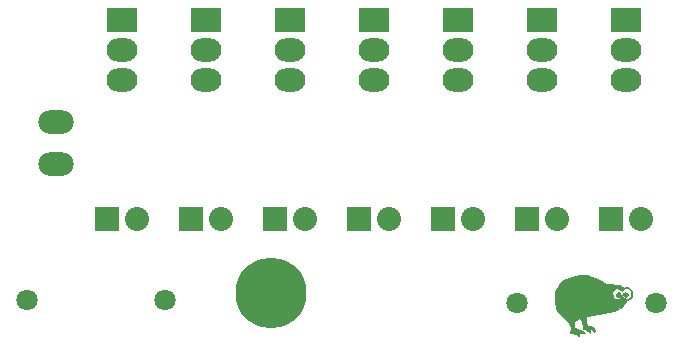
<source format=gbs>
G04 #@! TF.FileFunction,Soldermask,Bot*
%FSLAX46Y46*%
G04 Gerber Fmt 4.6, Leading zero omitted, Abs format (unit mm)*
G04 Created by KiCad (PCBNEW 4.0.1-stable) date 2016-06-28 03:14:43*
%MOMM*%
G01*
G04 APERTURE LIST*
%ADD10C,0.100000*%
%ADD11C,0.010000*%
%ADD12O,3.000000X2.000000*%
%ADD13C,1.800000*%
%ADD14R,2.600000X2.000000*%
%ADD15O,2.600000X2.000000*%
%ADD16R,2.032000X2.032000*%
%ADD17O,2.032000X2.032000*%
%ADD18C,6.000000*%
G04 APERTURE END LIST*
D10*
D11*
G36*
X158921489Y-112934496D02*
X158860586Y-112948591D01*
X158390757Y-113094845D01*
X157994735Y-113290000D01*
X157674651Y-113532588D01*
X157432632Y-113821144D01*
X157332500Y-114001188D01*
X157280024Y-114120484D01*
X157244889Y-114228099D01*
X157223702Y-114347241D01*
X157213070Y-114501117D01*
X157209599Y-114712935D01*
X157209482Y-114842636D01*
X157218954Y-115192798D01*
X157252611Y-115478411D01*
X157319926Y-115718319D01*
X157430376Y-115931362D01*
X157593434Y-116136382D01*
X157818576Y-116352220D01*
X158076529Y-116566827D01*
X158321282Y-116801631D01*
X158478612Y-117046870D01*
X158553418Y-117310257D01*
X158554514Y-117319155D01*
X158564141Y-117472249D01*
X158544311Y-117563909D01*
X158507020Y-117609191D01*
X158439775Y-117686515D01*
X158460021Y-117734244D01*
X158567749Y-117752362D01*
X158582591Y-117752542D01*
X158708898Y-117772554D01*
X158872400Y-117823471D01*
X158979722Y-117867997D01*
X159113388Y-117929347D01*
X159207884Y-117971069D01*
X159238863Y-117983000D01*
X159240234Y-117943950D01*
X159227527Y-117860394D01*
X159204089Y-117737787D01*
X159464840Y-117768433D01*
X159629804Y-117777265D01*
X159712987Y-117758498D01*
X159718946Y-117717356D01*
X159652234Y-117659061D01*
X159517407Y-117588838D01*
X159319020Y-117511911D01*
X159210294Y-117476520D01*
X159052702Y-117419131D01*
X158932774Y-117359229D01*
X158876209Y-117309678D01*
X158876025Y-117309213D01*
X158859608Y-117221932D01*
X158849586Y-117082865D01*
X158848136Y-117005852D01*
X158858055Y-116849649D01*
X158898662Y-116741210D01*
X158986237Y-116637068D01*
X158986240Y-116637065D01*
X159130892Y-116534849D01*
X159265490Y-116518401D01*
X159382844Y-116581172D01*
X159475766Y-116716611D01*
X159537066Y-116918167D01*
X159559398Y-117159332D01*
X159563059Y-117428818D01*
X159718160Y-117428818D01*
X159859274Y-117456617D01*
X159987672Y-117551903D01*
X160007244Y-117572248D01*
X160141227Y-117715677D01*
X160141227Y-117569136D01*
X160148926Y-117470350D01*
X160185100Y-117441784D01*
X160245136Y-117454105D01*
X160356932Y-117509166D01*
X160452955Y-117580722D01*
X160525122Y-117640855D01*
X160552903Y-117638019D01*
X160556864Y-117595469D01*
X160513920Y-117420077D01*
X160388403Y-117279011D01*
X160185281Y-117177149D01*
X160107352Y-117154299D01*
X160011238Y-117127124D01*
X159946752Y-117091918D01*
X159903930Y-117030265D01*
X159872808Y-116923752D01*
X159843421Y-116753963D01*
X159825292Y-116633033D01*
X159806543Y-116480162D01*
X159809742Y-116395143D01*
X159837589Y-116355491D01*
X159859716Y-116346206D01*
X159926359Y-116331502D01*
X160068758Y-116303539D01*
X160271724Y-116265182D01*
X160520068Y-116219296D01*
X160798600Y-116168747D01*
X160836271Y-116161976D01*
X161355849Y-116062709D01*
X161791321Y-115965470D01*
X162150801Y-115867140D01*
X162442403Y-115764599D01*
X162674241Y-115654731D01*
X162854430Y-115534417D01*
X162991082Y-115400537D01*
X163058382Y-115307965D01*
X163133333Y-115174654D01*
X163180674Y-115061365D01*
X163189227Y-115018322D01*
X163217037Y-114955213D01*
X163312487Y-114935090D01*
X163322989Y-114935000D01*
X163471596Y-114892485D01*
X163602503Y-114779604D01*
X163698498Y-114618353D01*
X163727021Y-114496375D01*
X163677275Y-114496375D01*
X163616284Y-114658547D01*
X163510152Y-114784435D01*
X163375141Y-114862120D01*
X163227514Y-114879681D01*
X163083532Y-114825198D01*
X163032314Y-114782285D01*
X162947954Y-114687044D01*
X162895868Y-114609103D01*
X162865817Y-114565547D01*
X162836041Y-114609103D01*
X162739074Y-114745420D01*
X162601740Y-114847253D01*
X162459225Y-114888774D01*
X162454993Y-114888818D01*
X162288285Y-114849865D01*
X162161787Y-114746860D01*
X162079181Y-114600587D01*
X162044150Y-114431829D01*
X162060380Y-114261371D01*
X162131552Y-114109994D01*
X162261352Y-113998483D01*
X162294429Y-113982895D01*
X162469657Y-113947103D01*
X162627321Y-113997954D01*
X162773793Y-114134915D01*
X162851346Y-114212664D01*
X162895599Y-114215102D01*
X162898955Y-114208254D01*
X162994302Y-114062827D01*
X163142513Y-113960867D01*
X163215458Y-113938138D01*
X163365992Y-113951976D01*
X163510376Y-114036086D01*
X163623601Y-114170321D01*
X163676863Y-114309840D01*
X163677275Y-114496375D01*
X163727021Y-114496375D01*
X163742372Y-114430729D01*
X163743409Y-114397684D01*
X163731582Y-114249818D01*
X163682741Y-114139687D01*
X163586391Y-114029836D01*
X163455315Y-113921466D01*
X163330059Y-113876887D01*
X163265844Y-113872818D01*
X163148439Y-113885733D01*
X163075744Y-113917367D01*
X163071432Y-113922787D01*
X163019640Y-113930523D01*
X162927194Y-113864514D01*
X162918616Y-113856452D01*
X162808900Y-113766816D01*
X162687419Y-113705351D01*
X162534412Y-113667250D01*
X162330117Y-113647709D01*
X162054772Y-113641924D01*
X162036251Y-113641909D01*
X161535834Y-113641909D01*
X161265712Y-113439889D01*
X160827936Y-113160081D01*
X160381010Y-112970942D01*
X159918549Y-112871168D01*
X159434171Y-112859453D01*
X158921489Y-112934496D01*
X158921489Y-112934496D01*
G37*
X158921489Y-112934496D02*
X158860586Y-112948591D01*
X158390757Y-113094845D01*
X157994735Y-113290000D01*
X157674651Y-113532588D01*
X157432632Y-113821144D01*
X157332500Y-114001188D01*
X157280024Y-114120484D01*
X157244889Y-114228099D01*
X157223702Y-114347241D01*
X157213070Y-114501117D01*
X157209599Y-114712935D01*
X157209482Y-114842636D01*
X157218954Y-115192798D01*
X157252611Y-115478411D01*
X157319926Y-115718319D01*
X157430376Y-115931362D01*
X157593434Y-116136382D01*
X157818576Y-116352220D01*
X158076529Y-116566827D01*
X158321282Y-116801631D01*
X158478612Y-117046870D01*
X158553418Y-117310257D01*
X158554514Y-117319155D01*
X158564141Y-117472249D01*
X158544311Y-117563909D01*
X158507020Y-117609191D01*
X158439775Y-117686515D01*
X158460021Y-117734244D01*
X158567749Y-117752362D01*
X158582591Y-117752542D01*
X158708898Y-117772554D01*
X158872400Y-117823471D01*
X158979722Y-117867997D01*
X159113388Y-117929347D01*
X159207884Y-117971069D01*
X159238863Y-117983000D01*
X159240234Y-117943950D01*
X159227527Y-117860394D01*
X159204089Y-117737787D01*
X159464840Y-117768433D01*
X159629804Y-117777265D01*
X159712987Y-117758498D01*
X159718946Y-117717356D01*
X159652234Y-117659061D01*
X159517407Y-117588838D01*
X159319020Y-117511911D01*
X159210294Y-117476520D01*
X159052702Y-117419131D01*
X158932774Y-117359229D01*
X158876209Y-117309678D01*
X158876025Y-117309213D01*
X158859608Y-117221932D01*
X158849586Y-117082865D01*
X158848136Y-117005852D01*
X158858055Y-116849649D01*
X158898662Y-116741210D01*
X158986237Y-116637068D01*
X158986240Y-116637065D01*
X159130892Y-116534849D01*
X159265490Y-116518401D01*
X159382844Y-116581172D01*
X159475766Y-116716611D01*
X159537066Y-116918167D01*
X159559398Y-117159332D01*
X159563059Y-117428818D01*
X159718160Y-117428818D01*
X159859274Y-117456617D01*
X159987672Y-117551903D01*
X160007244Y-117572248D01*
X160141227Y-117715677D01*
X160141227Y-117569136D01*
X160148926Y-117470350D01*
X160185100Y-117441784D01*
X160245136Y-117454105D01*
X160356932Y-117509166D01*
X160452955Y-117580722D01*
X160525122Y-117640855D01*
X160552903Y-117638019D01*
X160556864Y-117595469D01*
X160513920Y-117420077D01*
X160388403Y-117279011D01*
X160185281Y-117177149D01*
X160107352Y-117154299D01*
X160011238Y-117127124D01*
X159946752Y-117091918D01*
X159903930Y-117030265D01*
X159872808Y-116923752D01*
X159843421Y-116753963D01*
X159825292Y-116633033D01*
X159806543Y-116480162D01*
X159809742Y-116395143D01*
X159837589Y-116355491D01*
X159859716Y-116346206D01*
X159926359Y-116331502D01*
X160068758Y-116303539D01*
X160271724Y-116265182D01*
X160520068Y-116219296D01*
X160798600Y-116168747D01*
X160836271Y-116161976D01*
X161355849Y-116062709D01*
X161791321Y-115965470D01*
X162150801Y-115867140D01*
X162442403Y-115764599D01*
X162674241Y-115654731D01*
X162854430Y-115534417D01*
X162991082Y-115400537D01*
X163058382Y-115307965D01*
X163133333Y-115174654D01*
X163180674Y-115061365D01*
X163189227Y-115018322D01*
X163217037Y-114955213D01*
X163312487Y-114935090D01*
X163322989Y-114935000D01*
X163471596Y-114892485D01*
X163602503Y-114779604D01*
X163698498Y-114618353D01*
X163727021Y-114496375D01*
X163677275Y-114496375D01*
X163616284Y-114658547D01*
X163510152Y-114784435D01*
X163375141Y-114862120D01*
X163227514Y-114879681D01*
X163083532Y-114825198D01*
X163032314Y-114782285D01*
X162947954Y-114687044D01*
X162895868Y-114609103D01*
X162865817Y-114565547D01*
X162836041Y-114609103D01*
X162739074Y-114745420D01*
X162601740Y-114847253D01*
X162459225Y-114888774D01*
X162454993Y-114888818D01*
X162288285Y-114849865D01*
X162161787Y-114746860D01*
X162079181Y-114600587D01*
X162044150Y-114431829D01*
X162060380Y-114261371D01*
X162131552Y-114109994D01*
X162261352Y-113998483D01*
X162294429Y-113982895D01*
X162469657Y-113947103D01*
X162627321Y-113997954D01*
X162773793Y-114134915D01*
X162851346Y-114212664D01*
X162895599Y-114215102D01*
X162898955Y-114208254D01*
X162994302Y-114062827D01*
X163142513Y-113960867D01*
X163215458Y-113938138D01*
X163365992Y-113951976D01*
X163510376Y-114036086D01*
X163623601Y-114170321D01*
X163676863Y-114309840D01*
X163677275Y-114496375D01*
X163727021Y-114496375D01*
X163742372Y-114430729D01*
X163743409Y-114397684D01*
X163731582Y-114249818D01*
X163682741Y-114139687D01*
X163586391Y-114029836D01*
X163455315Y-113921466D01*
X163330059Y-113876887D01*
X163265844Y-113872818D01*
X163148439Y-113885733D01*
X163075744Y-113917367D01*
X163071432Y-113922787D01*
X163019640Y-113930523D01*
X162927194Y-113864514D01*
X162918616Y-113856452D01*
X162808900Y-113766816D01*
X162687419Y-113705351D01*
X162534412Y-113667250D01*
X162330117Y-113647709D01*
X162054772Y-113641924D01*
X162036251Y-113641909D01*
X161535834Y-113641909D01*
X161265712Y-113439889D01*
X160827936Y-113160081D01*
X160381010Y-112970942D01*
X159918549Y-112871168D01*
X159434171Y-112859453D01*
X158921489Y-112934496D01*
G36*
X163076770Y-114324303D02*
X162994155Y-114405655D01*
X162958318Y-114492414D01*
X162993401Y-114570681D01*
X163073097Y-114652657D01*
X163159075Y-114701412D01*
X163178020Y-114704091D01*
X163248778Y-114674297D01*
X163301383Y-114631520D01*
X163360267Y-114546484D01*
X163373955Y-114496273D01*
X163337204Y-114405276D01*
X163253588Y-114322707D01*
X163166136Y-114288455D01*
X163076770Y-114324303D01*
X163076770Y-114324303D01*
G37*
X163076770Y-114324303D02*
X162994155Y-114405655D01*
X162958318Y-114492414D01*
X162993401Y-114570681D01*
X163073097Y-114652657D01*
X163159075Y-114701412D01*
X163178020Y-114704091D01*
X163248778Y-114674297D01*
X163301383Y-114631520D01*
X163360267Y-114546484D01*
X163373955Y-114496273D01*
X163337204Y-114405276D01*
X163253588Y-114322707D01*
X163166136Y-114288455D01*
X163076770Y-114324303D01*
G36*
X162459354Y-114331184D02*
X162384041Y-114427808D01*
X162375996Y-114453769D01*
X162379026Y-114583367D01*
X162444720Y-114670620D01*
X162547908Y-114701764D01*
X162663424Y-114663034D01*
X162701020Y-114631520D01*
X162766983Y-114527476D01*
X162743751Y-114426922D01*
X162684537Y-114360722D01*
X162569287Y-114305877D01*
X162459354Y-114331184D01*
X162459354Y-114331184D01*
G37*
X162459354Y-114331184D02*
X162384041Y-114427808D01*
X162375996Y-114453769D01*
X162379026Y-114583367D01*
X162444720Y-114670620D01*
X162547908Y-114701764D01*
X162663424Y-114663034D01*
X162701020Y-114631520D01*
X162766983Y-114527476D01*
X162743751Y-114426922D01*
X162684537Y-114360722D01*
X162569287Y-114305877D01*
X162459354Y-114331184D01*
D12*
X114969500Y-103413500D03*
X114969500Y-99913500D03*
D13*
X112496500Y-114935000D03*
X124231500Y-114935000D03*
D14*
X127698500Y-91249500D03*
D15*
X127698500Y-93789500D03*
X127698500Y-96329500D03*
D16*
X161988500Y-108140500D03*
D17*
X164528500Y-108140500D03*
D16*
X154876500Y-108140500D03*
D17*
X157416500Y-108140500D03*
D16*
X147764500Y-108140500D03*
D17*
X150304500Y-108140500D03*
D16*
X140652500Y-108140500D03*
D17*
X143192500Y-108140500D03*
D16*
X133540500Y-108140500D03*
D17*
X136080500Y-108140500D03*
D16*
X126428500Y-108140500D03*
D17*
X128968500Y-108140500D03*
D16*
X119316500Y-108140500D03*
D17*
X121856500Y-108140500D03*
D14*
X120586500Y-91249500D03*
D15*
X120586500Y-93789500D03*
X120586500Y-96329500D03*
D14*
X134810500Y-91249500D03*
D15*
X134810500Y-93789500D03*
X134810500Y-96329500D03*
D14*
X141922500Y-91249500D03*
D15*
X141922500Y-93789500D03*
X141922500Y-96329500D03*
D14*
X163258500Y-91249500D03*
D15*
X163258500Y-93789500D03*
X163258500Y-96329500D03*
D14*
X156146500Y-91249500D03*
D15*
X156146500Y-93789500D03*
X156146500Y-96329500D03*
D14*
X149034500Y-91249500D03*
D15*
X149034500Y-93789500D03*
X149034500Y-96329500D03*
D18*
X133140500Y-114344500D03*
D13*
X154025500Y-115188500D03*
X165760500Y-115188500D03*
M02*

</source>
